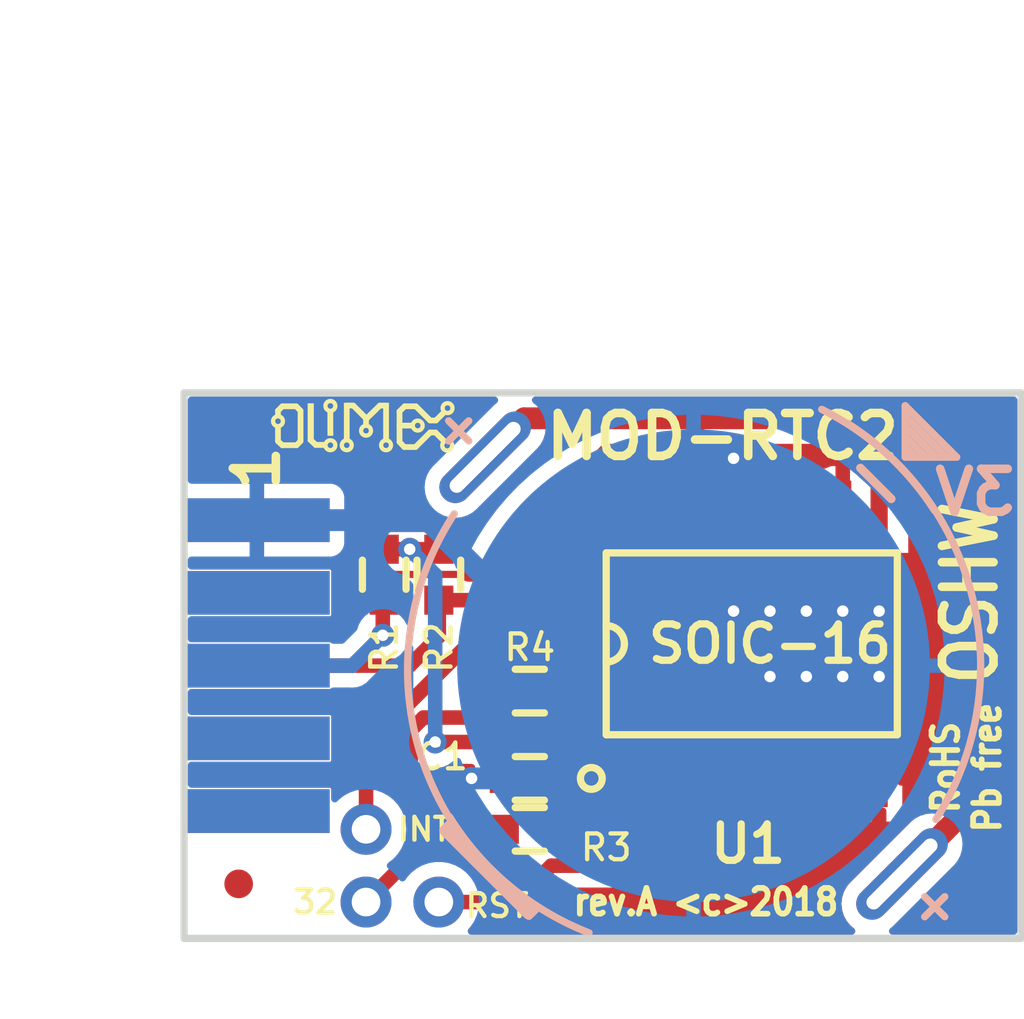
<source format=kicad_pcb>
(kicad_pcb (version 20221018) (generator pcbnew)
  (layers (0 "F.Cu" signal) (31 "B.Cu" signal) (34 "B.Paste" user) (35 "F.Paste" user) (36 "B.SilkS" user "B.Silkscreen") (37 "F.SilkS" user "F.Silkscreen") (38 "B.Mask" user) (39 "F.Mask" user) (44 "Edge.Cuts" user))
  (net 0 "")
  (net 1 "Net-(BAT_CON1-Pad1)")
  (net 2 "GND")
  (net 3 "+3.3VD")
  (net 4 "Net-(CON1-Pad3)")
  (net 5 "Net-(CON1-Pad4)")
  (net 6 "/SCL")
  (net 7 "/SDA")
  (net 8 "Net-(CON1-Pad7)")
  (net 9 "Net-(CON1-Pad8)")
  (net 10 "Net-(CON1-Pad9)")
  (net 11 "Net-(CON1-Pad10)")
  (net 12 "/INT")
  (net 13 "/RST")
  (net 14 "/32")
  (footprint "OLIMEX_LOGOs-FP:OLIMEX_LOGO_SMALL_TB" (layer "F.Cu") (at 44.323 26.543)
    (fp_text reference "")
    (fp_text value "")
    (fp_line (start -2.9464 -0.5207) (end -2.794 -0.6731) (stroke (width 0.2)) (layer "F.SilkS"))
    (fp_line (start -2.9464 -0.3556) (end -2.9464 -0.5207) (stroke (width 0.2)) (layer "F.SilkS"))
    (fp_line (start -2.9464 0.0762) (end -2.9464 0.5207) (stroke (width 0.2)) (layer "F.SilkS"))
    (fp_line (start -2.794 -0.6731) (end -2.3114 -0.6731) (stroke (width 0.2)) (layer "F.SilkS"))
    (fp_line (start -2.794 0.6858) (end -2.9464 0.5461) (stroke (width 0.2)) (layer "F.SilkS"))
    (fp_line (start -2.3114 -0.6713) (end -2.159 -0.5207) (stroke (width 0.2)) (layer "F.SilkS"))
    (fp_line (start -2.2987 0.6858) (end -2.794 0.6858) (stroke (width 0.2)) (layer "F.SilkS"))
    (fp_line (start -2.2987 0.6858) (end -2.159 0.5461) (stroke (width 0.2)) (layer "F.SilkS"))
    (fp_line (start -2.159 -0.4826) (end -2.159 0.5207) (stroke (width 0.2)) (layer "F.SilkS"))
    (fp_line (start -1.905 -0.7747) (end -1.905 0.5207) (stroke (width 0.01)) (layer "F.SilkS"))
    (fp_line (start -1.905 0.5207) (end -1.905 0.5334) (stroke (width 0.01)) (layer "F.SilkS"))
    (fp_line (start -1.905 0.5334) (end -1.905 0.5461) (stroke (width 0.01)) (layer "F.SilkS"))
    (fp_line (start -1.905 0.5461) (end -1.6637 0.7747) (stroke (width 0.01)) (layer "F.SilkS"))
    (fp_line (start -1.89738 -0.77216) (end -1.89738 -0.6985) (stroke (width 0.0127)) (layer "F.SilkS"))
    (fp_line (start -1.8923 0.5588) (end -1.905 0.5334) (stroke (width 0.01)) (layer "F.SilkS"))
    (fp_line (start -1.87706 -0.74422) (end -1.8288 -0.74422) (stroke (width 0.0625)) (layer "F.SilkS"))
    (fp_line (start -1.8034 -0.7747) (end -1.905 -0.7747) (stroke (width 0.01)) (layer "F.SilkS"))
    (fp_line (start -1.8034 -0.7747) (end -1.7018 -0.7747) (stroke (width 0.01)) (layer "F.SilkS"))
    (fp_line (start -1.8034 -0.6731) (end -1.8034 0.508) (stroke (width 0.2)) (layer "F.SilkS"))
    (fp_line (start -1.8034 0.508) (end -1.6256 0.6731) (stroke (width 0.2)) (layer "F.SilkS"))
    (fp_line (start -1.78054 -0.74168) (end -1.73228 -0.74168) (stroke (width 0.0625)) (layer "F.SilkS"))
    (fp_line (start -1.71196 -0.77216) (end -1.71196 -0.69342) (stroke (width 0.0127)) (layer "F.SilkS"))
    (fp_line (start -1.7018 -0.7747) (end -1.7018 0.4826) (stroke (width 0.01)) (layer "F.SilkS"))
    (fp_line (start -1.6637 0.7747) (end -1.3462 0.7747) (stroke (width 0.01)) (layer "F.SilkS"))
    (fp_line (start -1.651 0.7747) (end -1.6637 0.762) (stroke (width 0.01)) (layer "F.SilkS"))
    (fp_line (start -1.6256 0.6731) (end -1.3462 0.6731) (stroke (width 0.2)) (layer "F.SilkS"))
    (fp_line (start -1.21412 0.35306) (end -1.21412 -0.4699) (stroke (width 0.0127)) (layer "F.SilkS"))
    (fp_line (start -1.21158 0.30226) (end -1.02616 0.30226) (stroke (width 0.0127)) (layer "F.SilkS"))
    (fp_line (start -1.21158 0.31496) (end -1.0287 0.31496) (stroke (width 0.0127)) (layer "F.SilkS"))
    (fp_line (start -1.21158 0.32766) (end -1.0287 0.32766) (stroke (width 0.0127)) (layer "F.SilkS"))
    (fp_line (start -1.20904 0.34036) (end -1.02616 0.34036) (stroke (width 0.0127)) (layer "F.SilkS"))
    (fp_line (start -1.1176 -0.4572) (end -1.1176 0.254) (stroke (width 0.2)) (layer "F.SilkS"))
    (fp_line (start -1.02362 0.25654) (end -1.02362 0.35306) (stroke (width 0.0127)) (layer "F.SilkS"))
    (fp_line (start -1.02362 0.35306) (end -1.21412 0.35306) (stroke (width 0.0127)) (layer "F.SilkS"))
    (fp_line (start -0.64008 -0.79248) (end -0.31242 -0.79248) (stroke (width 0.0127)) (layer "F.SilkS"))
    (fp_line (start -0.64008 -0.69596) (end -0.64008 -0.79248) (stroke (width 0.0127)) (layer "F.SilkS"))
    (fp_line (start -0.62992 -0.7874) (end -0.62992 -0.74676) (stroke (width 0.0127)) (layer "F.SilkS"))
    (fp_line (start -0.62738 -0.76708) (end -0.61214 -0.76708) (stroke (width 0.0127)) (layer "F.SilkS"))
    (fp_line (start -0.58674 -0.77978) (end -0.63246 -0.77978) (stroke (width 0.0127)) (layer "F.SilkS"))
    (fp_line (start -0.5461 -0.6985) (end -0.3175 -0.6985) (stroke (width 0.2)) (layer "F.SilkS"))
    (fp_line (start -0.5461 0.4699) (end -0.5461 -0.6985) (stroke (width 0.2)) (layer "F.SilkS"))
    (fp_line (start -0.3175 -0.6985) (end 0.127 -0.254) (stroke (width 0.2)) (layer "F.SilkS"))
    (fp_line (start 0.127 -0.254) (end 0.127 -0.0508) (stroke (width 0.2)) (layer "F.SilkS"))
    (fp_line (start 0.127 -0.2286) (end 0.6096 -0.6985) (stroke (width 0.2)) (layer "F.SilkS"))
    (fp_line (start 0.6096 -0.6985) (end 0.8255 -0.6985) (stroke (width 0.2)) (layer "F.SilkS"))
    (fp_line (start 0.8255 -0.6985) (end 0.8255 0.4318) (stroke (width 0.2)) (layer "F.SilkS"))
    (fp_line (start 0.83312 -0.79248) (end 0.91948 -0.79248) (stroke (width 0.0127)) (layer "F.SilkS"))
    (fp_line (start 0.87376 -0.78232) (end 0.91186 -0.78232) (stroke (width 0.0127)) (layer "F.SilkS"))
    (fp_line (start 0.88646 -0.77216) (end 0.90678 -0.77216) (stroke (width 0.0127)) (layer "F.SilkS"))
    (fp_line (start 0.9017 -0.7747) (end 0.9017 -0.75946) (stroke (width 0.0127)) (layer "F.SilkS"))
    (fp_line (start 0.90932 -0.77724) (end 0.90932 -0.74676) (stroke (width 0.0127)) (layer "F.SilkS"))
    (fp_line (start 0.91948 -0.79248) (end 0.91948 -0.69596) (stroke (width 0.0127)) (layer "F.SilkS"))
    (fp_line (start 1.2954 -0.4953) (end 1.4732 -0.6731) (stroke (width 0.2)) (layer "F.SilkS"))
    (fp_line (start 1.2954 0.0127) (end 1.2954 -0.4953) (stroke (width 0.2)) (layer "F.SilkS"))
    (fp_line (start 1.2954 0.5715) (end 1.2954 0) (stroke (width 0.2)) (layer "F.SilkS"))
    (fp_line (start 1.4605 0.7493) (end 1.2954 0.5715) (stroke (width 0.2)) (layer "F.SilkS"))
    (fp_line (start 1.4732 -0.6731) (end 1.8669 -0.6731) (stroke (width 0.2)) (layer "F.SilkS"))
    (fp_line (start 1.7272 0) (end 1.2954 0) (stroke (width 0.2)) (layer "F.SilkS"))
    (fp_line (start 1.8542 0.7493) (end 1.4605 0.7493) (stroke (width 0.2)) (layer "F.SilkS"))
    (fp_line (start 1.8669 -0.6731) (end 2.3622 -0.1778) (stroke (width 0.2)) (layer "F.SilkS"))
    (fp_line (start 2.3622 -0.1778) (end 2.5654 -0.1778) (stroke (width 0.2)) (layer "F.SilkS"))
    (fp_line (start 2.3622 0.2413) (end 1.8542 0.7493) (stroke (width 0.2)) (layer "F.SilkS"))
    (fp_line (start 2.5527 0.2413) (end 2.3622 0.2413) (stroke (width 0.2)) (layer "F.SilkS"))
    (fp_line (start 2.5654 -0.1778) (end 2.8194 -0.4318) (stroke (width 0.2)) (layer "F.SilkS"))
    (fp_line (start 2.8448 0.5334) (end 2.5527 0.2413) (stroke (width 0.2)) (layer "F.SilkS"))
    (fp_circle (center -2.9464 -0.1524) (end -2.8448 -0.2921) (stroke (width 0.15)) (fill none) (layer "F.SilkS"))
    (fp_circle (center -1.1176 -0.6858) (end -1.016 -0.8255) (stroke (width 0.15)) (fill none) (layer "F.SilkS"))
    (fp_circle (center -1.1176 0.6858) (end -1.016 0.5461) (stroke (width 0.15)) (fill none) (layer "F.SilkS"))
    (fp_circle (center -0.5461 0.6858) (end -0.4445 0.5461) (stroke (width 0.15)) (fill none) (layer "F.SilkS"))
    (fp_circle (center 0.127 0.1778) (end 0.2286 0.0381) (stroke (width 0.15)) (fill none) (layer "F.SilkS"))
    (fp_circle (center 0.8255 0.6858) (end 0.9271 0.5461) (stroke (width 0.15)) (fill none) (layer "F.SilkS"))
    (fp_circle (center 1.9304 0) (end 2.032 -0.1397) (stroke (width 0.15)) (fill none) (layer "F.SilkS"))
    (fp_circle (center 2.9591 0.6985) (end 3.0607 0.5588) (stroke (width 0.15)) (fill none) (layer "F.SilkS"))
    (fp_circle (center 2.9718 -0.6096) (end 3.0734 -0.7493) (stroke (width 0.15)) (fill none) (layer "F.SilkS"))
  )
  (footprint "OLIMEX_RLC-FP:C_0603_5MIL_DWS" (layer "F.Cu") (at 50.165 38.862)
    (fp_text reference "C1" (at -3.048 -0.762) (layer "F.SilkS") (effects (font (size 0.9 0.9))))
    (fp_text value "100nF")
    (fp_line (start -0.508 -0.762) (end 0.508 -0.762) (stroke (width 0.254)) (layer "F.SilkS"))
    (fp_line (start -0.508 0.762) (end 0.508 0.762) (stroke (width 0.254)) (layer "F.SilkS"))
    (pad "1" smd rect (at -0.889 0) (size 1.016 1.016) (layers "F.Cu" "F.Paste" "F.Mask") (net 2 "GND") (clearance 0.0508))
    (pad "2" smd rect (at 0.889 0) (size 1.016 1.016) (layers "F.Cu" "F.Paste" "F.Mask") (net 3 "+3.3VD") (clearance 0.0508))
  )
  (footprint "OLIMEX_Connectors-FP:UEXTF" (layer "F.Cu") (at 35.56 34.925)
    (fp_text reference "CON1" hide)
    (fp_text value "BH10S")
    (pad "1" smd rect (at 5.08 -5.08) (size 5.08 1.524) (layers "F.Cu" "F.Mask") (net 3 "+3.3VD") (clearance 0.0508))
    (pad "2" smd rect (at 5.08 -5.08) (size 5.08 1.524) (layers "B.Cu" "B.Mask") (net 2 "GND") (clearance 0.0508))
    (pad "3" smd rect (at 5.08 -2.54) (size 5.08 1.524) (layers "F.Cu" "F.Mask") (net 4 "Net-(CON1-Pad3)") (clearance 0.0508))
    (pad "4" smd rect (at 5.08 -2.54) (size 5.08 1.524) (layers "B.Cu" "B.Mask") (net 5 "Net-(CON1-Pad4)") (clearance 0.0508))
    (pad "5" smd rect (at 5.08 0) (size 5.08 1.524) (layers "F.Cu" "F.Mask") (net 6 "/SCL") (clearance 0.0508))
    (pad "6" smd rect (at 5.08 0) (size 5.08 1.524) (layers "B.Cu" "B.Mask") (net 7 "/SDA") (clearance 0.0508))
    (pad "7" smd rect (at 5.08 2.54) (size 5.08 1.524) (layers "F.Cu" "F.Mask") (net 8 "Net-(CON1-Pad7)") (clearance 0.0508))
    (pad "8" smd rect (at 5.08 2.54) (size 5.08 1.524) (layers "B.Cu" "B.Mask") (net 9 "Net-(CON1-Pad8)") (clearance 0.0508))
    (pad "9" smd rect (at 5.08 5.08) (size 5.08 1.524) (layers "F.Cu" "F.Mask") (net 10 "Net-(CON1-Pad9)") (clearance 0.0508))
    (pad "10" smd rect (at 5.08 5.08) (size 5.08 1.524) (layers "B.Cu" "B.Mask") (net 11 "Net-(CON1-Pad10)") (clearance 0.0508))
  )
  (footprint "OLIMEX_RLC-FP:R_0603_5MIL_DWS" (layer "F.Cu") (at 46.99 31.75 90)
    (fp_text reference "R1" (at -2.54 -1.905 90) (layer "F.SilkS") (effects (font (size 0.9 0.9))))
    (fp_text value "10K")
    (fp_line (start -0.508 -0.762) (end 0.508 -0.762) (stroke (width 0.254)) (layer "F.SilkS"))
    (fp_line (start -0.508 0.762) (end 0.508 0.762) (stroke (width 0.254)) (layer "F.SilkS"))
    (pad "1" smd rect (at -0.889 0 90) (size 1.016 1.016) (layers "F.Cu" "F.Paste" "F.Mask") (net 6 "/SCL"))
    (pad "2" smd rect (at 0.889 0 90) (size 1.016 1.016) (layers "F.Cu" "F.Paste" "F.Mask") (net 3 "+3.3VD"))
  )
  (footprint "OLIMEX_RLC-FP:R_0603_5MIL_DWS" (layer "F.Cu") (at 45.085 31.75 -90)
    (fp_text reference "R2" (at 2.54 -1.905 90) (layer "F.SilkS") (effects (font (size 0.9 0.9))))
    (fp_text value "10K")
    (fp_line (start -0.508 -0.762) (end 0.508 -0.762) (stroke (width 0.254)) (layer "F.SilkS"))
    (fp_line (start -0.508 0.762) (end 0.508 0.762) (stroke (width 0.254)) (layer "F.SilkS"))
    (pad "1" smd rect (at -0.889 0 270) (size 1.016 1.016) (layers "F.Cu" "F.Paste" "F.Mask") (net 3 "+3.3VD"))
    (pad "2" smd rect (at 0.889 0 270) (size 1.016 1.016) (layers "F.Cu" "F.Paste" "F.Mask") (net 7 "/SDA"))
  )
  (footprint "OLIMEX_RLC-FP:R_0603_5MIL_DWS" (layer "F.Cu") (at 50.165 40.64)
    (fp_text reference "R3" (at 2.667 0.635) (layer "F.SilkS") (effects (font (size 0.9 0.9))))
    (fp_text value "10K")
    (fp_line (start -0.508 -0.762) (end 0.508 -0.762) (stroke (width 0.254)) (layer "F.SilkS"))
    (fp_line (start -0.508 0.762) (end 0.508 0.762) (stroke (width 0.254)) (layer "F.SilkS"))
    (pad "1" smd rect (at -0.889 0) (size 1.016 1.016) (layers "F.Cu" "F.Paste" "F.Mask") (net 14 "/32"))
    (pad "2" smd rect (at 0.889 0) (size 1.016 1.016) (layers "F.Cu" "F.Paste" "F.Mask") (net 3 "+3.3VD"))
  )
  (footprint "OLIMEX_RLC-FP:R_0603_5MIL_DWS" (layer "F.Cu") (at 50.165 35.814 180)
    (fp_text reference "R4" (at 0 1.524) (layer "F.SilkS") (effects (font (size 0.9 0.9))))
    (fp_text value "10K")
    (fp_line (start -0.508 -0.762) (end 0.508 -0.762) (stroke (width 0.254)) (layer "F.SilkS"))
    (fp_line (start -0.508 0.762) (end 0.508 0.762) (stroke (width 0.254)) (layer "F.SilkS"))
    (pad "1" smd rect (at -0.889 0 180) (size 1.016 1.016) (layers "F.Cu" "F.Paste" "F.Mask") (net 3 "+3.3VD"))
    (pad "2" smd rect (at 0.889 0 180) (size 1.016 1.016) (layers "F.Cu" "F.Paste" "F.Mask") (net 12 "/INT"))
  )
  (footprint "OLIMEX_IC-FP:SOIC-16_300mil" (layer "F.Cu") (at 57.912 34.163)
    (fp_text reference "U1" (at -0.127 6.985) (layer "F.SilkS") (effects (font (size 1.27 1.27) (thickness 0.254))))
    (fp_text value "DS3231")
    (fp_text user "SOIC-16" (at 0.635 0) (layer "F.SilkS") (effects (font (size 1.27 1.27) (thickness 0.254))))
    (fp_line (start -5.08 -3.175) (end 5.08 -3.175) (stroke (width 0.254)) (layer "F.SilkS"))
    (fp_line (start -5.08 3.175) (end -5.08 -3.175) (stroke (width 0.254)) (layer "F.SilkS"))
    (fp_line (start 5.08 -3.175) (end 5.08 3.175) (stroke (width 0.254)) (layer "F.SilkS"))
    (fp_line (start 5.08 3.175) (end -5.08 3.175) (stroke (width 0.254)) (layer "F.SilkS"))
    (fp_arc (start -5.08 -0.635) (mid -4.630987 -0.449013) (end -4.445 0) (stroke (width 0.254)) (layer "F.SilkS"))
    (fp_arc (start -4.445 0) (mid -4.630987 0.449013) (end -5.08 0.635) (stroke (width 0.254)) (layer "F.SilkS"))
    (fp_circle (center -5.6 4.7) (end -5.6 5.08) (stroke (width 0.254)) (fill none) (layer "F.SilkS"))
    (pad "1" smd rect (at -4.445 4.7 90) (size 2 0.6) (layers "F.Cu" "F.Paste" "F.Mask") (net 14 "/32"))
    (pad "2" smd rect (at -3.175 4.7 90) (size 2 0.6) (layers "F.Cu" "F.Paste" "F.Mask") (net 3 "+3.3VD"))
    (pad "3" smd rect (at -1.905 4.7 90) (size 2 0.6) (layers "F.Cu" "F.Paste" "F.Mask") (net 12 "/INT"))
    (pad "4" smd rect (at -0.635 4.7 90) (size 2 0.6) (layers "F.Cu" "F.Paste" "F.Mask") (net 13 "/RST"))
    (pad "5" smd rect (at 0.635 4.7 90) (size 2 0.6) (layers "F.Cu" "F.Paste" "F.Mask") (net 2 "GND"))
    (pad "6" smd rect (at 1.905 4.7 90) (size 2 0.6) (layers "F.Cu" "F.Paste" "F.Mask") (net 2 "GND"))
    (pad "7" smd rect (at 3.175 4.7 90) (size 2 0.6) (layers "F.Cu" "F.Paste" "F.Mask") (net 2 "GND"))
    (pad "8" smd rect (at 4.445 4.7 90) (size 2 0.6) (layers "F.Cu" "F.Paste" "F.Mask") (net 2 "GND"))
    (pad "9" smd rect (at 4.445 -4.7 90) (size 2 0.6) (layers "F.Cu" "F.Paste" "F.Mask") (net 2 "GND"))
    (pad "10" smd rect (at 3.175 -4.7 90) (size 2 0.6) (layers "F.Cu" "F.Paste" "F.Mask") (net 2 "GND"))
    (pad "11" smd rect (at 1.905 -4.7 90) (size 2 0.6) (layers "F.Cu" "F.Paste" "F.Mask") (net 2 "GND"))
    (pad "12" smd rect (at 0.635 -4.7 90) (size 2 0.6) (layers "F.Cu" "F.Paste" "F.Mask") (net 2 "GND"))
    (pad "13" smd rect (at -0.635 -4.7 90) (size 2 0.6) (layers "F.Cu" "F.Paste" "F.Mask") (net 2 "GND"))
    (pad "14" smd rect (at -1.905 -4.7 90) (size 2 0.6) (layers "F.Cu" "F.Paste" "F.Mask") (net 1 "Net-(BAT_CON1-Pad1)"))
    (pad "15" smd rect (at -3.175 -4.7 90) (size 2 0.6) (layers "F.Cu" "F.Paste" "F.Mask") (net 7 "/SDA"))
    (pad "16" smd rect (at -4.445 -4.7 90) (size 2 0.6) (layers "F.Cu" "F.Paste" "F.Mask") (net 6 "/SCL"))
  )
  (footprint "OLIMEX_Connectors-FP:HN2x2" (layer "F.Cu") (at 45.72 41.91 180)
    (fp_text reference "CON2" hide)
    (fp_text value "CON4")
    (pad "2" thru_hole oval (at -1.27 -1.27 180) (size 1.778 1.778) (drill 1) (layers "*.Cu" "*.Mask") (net 13 "/RST"))
    (pad "3" thru_hole circle (at 1.27 1.27 180) (size 1.778 1.778) (drill 1) (layers "*.Cu" "*.Mask") (net 12 "/INT"))
    (pad "4" thru_hole circle (at 1.27 -1.27 180) (size 1.778 1.778) (drill 1) (layers "*.Cu" "*.Mask") (net 14 "/32"))
  )
  (footprint "OLIMEX_Other-FP:Fiducial1x3_transp" (layer "F.Cu") (at 65.405 27.305)
    (fp_text reference "Ref*" hide)
    (fp_text value "Val**" hide)
    (pad "Fid1" connect circle (at 0 0) (size 1 1) (layers "F.Cu" "F.Mask") (clearance 1.016))
  )
  (footprint "OLIMEX_Other-FP:Fiducial1x3_transp" (layer "F.Cu") (at 40.005 42.545)
    (fp_text reference "Ref*" hide)
    (fp_text value "Val**" hide)
    (pad "Fid1" connect circle (at 0 0) (size 1 1) (layers "F.Cu" "F.Mask") (clearance 1.016))
  )
  (footprint "OLIMEX_Connectors-FP:CR2032H_PTH" (layer "B.Cu") (at 55.88 34.925 45)
    (fp_text reference "BAT_CON1" hide)
    (fp_text value "CR2032")
    (fp_text user "-" (at 9.143999 0 135) (layer "B.SilkS") (effects (font (size 2 2) (thickness 0.3)) (justify mirror)))
    (fp_text user "+" (at 0 11.811 45) (layer "B.SilkS") (effects (font (size 1.3 1.3) (thickness 0.254)) (justify mirror)))
    (fp_text user "+" (at 0 -11.684001 45) (layer "B.SilkS") (effects (font (size 1.3 1.3) (thickness 0.254)) (justify mirror)))
    (fp_line (start -10.2616 -1.9304) (end -9.8806 -1.9304) (stroke (width 0.3)) (layer "B.SilkS"))
    (fp_line (start -10.2616 1.9304) (end -9.8806 1.9304) (stroke (width 0.3)) (layer "B.SilkS"))
    (fp_line (start -10.2362 -2.1082) (end -9.8552 -2.1082) (stroke (width 0.3)) (layer "B.SilkS"))
    (fp_line (start -10.2362 2.1082) (end -9.8552 2.1082) (stroke (width 0.3)) (layer "B.SilkS"))
    (fp_line (start -10.2 2.05) (end -10.2 -2.05) (stroke (width 0.4)) (layer "B.SilkS"))
    (fp_line (start 10.37 0.076) (end 11.64 1.346) (stroke (width 0.254)) (layer "B.SilkS"))
    (fp_line (start 10.624 0.33) (end 10.623999 -0.178) (stroke (width 0.254)) (layer "B.SilkS"))
    (fp_line (start 10.877998 0.584) (end 10.878 -0.432001) (stroke (width 0.254)) (layer "B.SilkS"))
    (fp_line (start 11.132 0.838001) (end 11.132 -0.686) (stroke (width 0.254)) (layer "B.SilkS"))
    (fp_line (start 11.386 1.092) (end 11.386 -0.94) (stroke (width 0.254)) (layer "B.SilkS"))
    (fp_line (start 11.639999 -1.194) (end 10.37 0.076) (stroke (width 0.254)) (layer "B.SilkS"))
    (fp_line (start 11.64 1.346) (end 11.639999 -1.194) (stroke (width 0.254)) (layer "B.SilkS"))
    (fp_arc (start -9.8552 2.0574) (mid -8.432196 -5.391235) (end -2.159 -9.652) (stroke (width 0.254)) (layer "B.SilkS"))
    (fp_arc (start -9.176842 4.017969) (mid -9.976242 0.912739) (end -9.7536 -2.286) (stroke (width 0.254)) (layer "B.SilkS"))
    (fp_arc (start 9.490312 -3.163437) (mid 9.988701 -0.547007) (end 9.779 2.1082) (stroke (width 0.254)) (layer "B.SilkS"))
    (fp_arc (start 9.779 -2.1844) (mid 8.459401 5.370193) (end 2.1844 9.779) (stroke (width 0.254)) (layer "B.SilkS"))
    (pad "1" thru_hole oval (at 0 -10.286999 45) (size 4.06 1.11) (drill oval 3.3 0.5) (layers "*.Cu" "*.Mask") (net 1 "Net-(BAT_CON1-Pad1)"))
    (pad "1" thru_hole oval (at 0 10.286999 45) (size 4.06 1.11) (drill oval 3.3 0.5) (layers "*.Cu" "*.Mask") (net 1 "Net-(BAT_CON1-Pad1)"))
    (pad "2" smd circle (at 0 0 45) (size 16.5 16.5) (layers "B.Cu" "B.Mask") (net 2 "GND"))
  )
  (gr_line (start 38.1 25.4) (end 38.1 44.45) (stroke (width 0.254)) (layer "Edge.Cuts"))
  (gr_line (start 67.31 44.45) (end 67.31 25.4) (stroke (width 0.254)) (layer "Edge.Cuts"))
  (gr_line (start 38.1 25.4) (end 67.31 25.4) (stroke (width 0.254)) (layer "Edge.Cuts"))
  (gr_line (start 38.1 44.45) (end 67.31 44.45) (stroke (width 0.254)) (layer "Edge.Cuts"))
  (gr_text "3V" (at 65.701223 28.87377) (layer "B.SilkS") (effects (font (size 1.5 1.5) (thickness 0.3)) (justify mirror)))
  (gr_text "32" (at 42.672 43.18) (layer "F.SilkS") (effects (font (size 0.8 0.8))))
  (gr_text "MOD-RTC2" (at 56.896 26.924) (layer "F.SilkS") (effects (font (size 1.5 1.5) (thickness 0.3))))
  (gr_text "INT" (at 46.482 40.64) (layer "F.SilkS") (effects (font (size 0.8 0.8))))
  (gr_text "OSHW" (at 65.532 32.385 90) (layer "F.SilkS") (effects (font (size 1.8 1.5) (thickness 0.3))))
  (gr_text "RoHS\nPb free" (at 65.405 38.481 90) (layer "F.SilkS") (effects (font (size 0.9 0.8) (thickness 0.2))))
  (gr_text " rev.A <c>2018" (at 56.007 43.18) (layer "F.SilkS") (effects (font (size 0.9 0.8) (thickness 0.2))))
  (gr_text "1" (at 40.623408 28.032233 90) (layer "F.SilkS") (effects (font (size 1.5 1.5) (thickness 0.3))))
  (gr_text "RST" (at 49.022 43.307) (layer "F.SilkS") (effects (font (size 0.8 0.8))))
  (segment (start 49.967986 26.289) (end 56.007 26.289) (width 0.762) (layer "F.Cu") (net 1))
  (segment (start 64.660144 40.69287) (end 63.154007 42.199007) (width 0.762) (layer "F.Cu") (net 1))
  (segment (start 61.581438 26.289) (end 66.421 31.128562) (width 0.762) (layer "F.Cu") (net 1))
  (segment (start 56.007 29.463) (end 56.007 27.701) (width 0.508) (layer "F.Cu") (net 1))
  (segment (start 66.421 31.128562) (end 66.421 38.932014) (width 0.762) (layer "F.Cu") (net 1))
  (segment (start 66.421 38.932014) (end 64.660144 40.69287) (width 0.762) (layer "F.Cu") (net 1))
  (segment (start 56.007 27.701) (end 56.007 26.289) (width 0.508) (layer "F.Cu") (net 1))
  (segment (start 56.007 26.289) (end 61.581438 26.289) (width 0.762) (layer "F.Cu") (net 1))
  (segment (start 48.605993 27.650993) (end 49.967986 26.289) (width 0.762) (layer "F.Cu") (net 1))
  (segment (start 61.087 27.955) (end 61.087 27.686) (width 0.508) (layer "F.Cu") (net 2))
  (segment (start 62.357 30.988) (end 62.357 29.38) (width 0.508) (layer "F.Cu") (net 2))
  (segment (start 59.817 30.988) (end 59.817 33.02) (width 0.508) (layer "F.Cu") (net 2))
  (segment (start 61.087 38.946) (end 61.087 39.580952) (width 0.508) (layer "F.Cu") (net 2))
  (segment (start 59.817 27.686) (end 61.087 27.686) (width 0.508) (layer "F.Cu") (net 2))
  (segment (start 57.277 33.02) (end 58.42 31.877) (width 0.508) (layer "F.Cu") (net 2))
  (segment (start 61.087 30.988) (end 61.087 33.02) (width 0.508) (layer "F.Cu") (net 2))
  (segment (start 59.817 29.463) (end 59.817 27.955) (width 0.508) (layer "F.Cu") (net 2))
  (segment (start 61.087 30.988) (end 61.087 29.38) (width 0.508) (layer "F.Cu") (net 2))
  (segment (start 57.981315 27.686) (end 57.842685 27.686) (width 0.508) (layer "F.Cu") (net 2))
  (segment (start 62.357159 29.379841) (end 62.357159 29.09714) (width 0.508) (layer "F.Cu") (net 2))
  (segment (start 61.087 37.338) (end 61.087 38.946) (width 0.508) (layer "F.Cu") (net 2))
  (segment (start 49.276 38.862) (end 48.133 38.862) (width 0.508) (layer "F.Cu") (net 2))
  (segment (start 58.547 35.306) (end 58.547 39.497) (width 0.508) (layer "F.Cu") (net 2))
  (segment (start 58.547 39.497) (end 58.674 39.624) (width 0.508) (layer "F.Cu") (net 2))
  (segment (start 61.087 29.38) (end 61.090233 29.376767) (width 0.508) (layer "F.Cu") (net 2))
  (segment (start 57.277 29.463) (end 57.277 33.02) (width 0.508) (layer "F.Cu") (net 2))
  (segment (start 62.357 35.306) (end 62.357 37.338) (width 0.508) (layer "F.Cu") (net 2))
  (segment (start 58.547 29.463) (end 58.547 27.686) (width 0.508) (layer "F.Cu") (net 2))
  (segment (start 59.817 27.955) (end 59.817 27.686) (width 0.508) (layer "F.Cu") (net 2))
  (segment (start 61.087 35.306) (end 61.087 37.338) (width 0.508) (layer "F.Cu") (net 2))
  (segment (start 62.357 29.38) (end 62.357159 29.379841) (width 0.508) (layer "F.Cu") (net 2))
  (segment (start 62.357 28.321) (end 62.357 29.463) (width 0.508) (layer "F.Cu") (net 2))
  (segment (start 61.087 29.463) (end 61.087 27.955) (width 0.508) (layer "F.Cu") (net 2))
  (segment (start 59.817 35.306) (end 59.817 37.338) (width 0.508) (layer "F.Cu") (net 2))
  (segment (start 59.817 29.167093) (end 59.817 30.988) (width 0.508) (layer "F.Cu") (net 2))
  (segment (start 57.277 29.463) (end 57.277 27.686) (width 0.508) (layer "F.Cu") (net 2))
  (segment (start 62.357 39.296053) (end 62.357 37.338) (width 0.508) (layer "F.Cu") (net 2))
  (segment (start 62.357 30.988) (end 62.357 33.02) (width 0.508) (layer "F.Cu") (net 2))
  (segment (start 61.722 27.686) (end 62.357 28.321) (width 0.508) (layer "F.Cu") (net 2))
  (segment (start 59.817 38.946) (end 59.817 39.580952) (width 0.508) (layer "F.Cu") (net 2))
  (segment (start 61.090233 29.376767) (end 61.090233 29.09714) (width 0.508) (layer "F.Cu") (net 2))
  (segment (start 57.842685 27.686) (end 57.277 27.686) (width 0.508) (layer "F.Cu") (net 2))
  (segment (start 61.087 27.686) (end 61.722 27.686) (width 0.508) (layer "F.Cu") (net 2))
  (segment (start 59.773952 39.624) (end 59.817 39.580952) (width 0.508) (layer "F.Cu") (net 2))
  (segment (start 58.547 29.463) (end 58.547 33.02) (width 0.508) (layer "F.Cu") (net 2))
  (segment (start 59.76934 29.119433) (end 59.817 29.167093) (width 0.508) (layer "F.Cu") (net 2))
  (segment (start 58.42 28.124685) (end 57.981315 27.686) (width 0.508) (layer "F.Cu") (net 2))
  (segment (start 58.547 27.686) (end 59.817 27.686) (width 0.508) (layer "F.Cu") (net 2))
  (segment (start 59.817 37.338) (end 59.817 38.946) (width 0.508) (layer "F.Cu") (net 2))
  (via (at 58.547 35.306) (size 0.8) (drill 0.4) (layers "F.Cu" "B.Cu") (net 2))
  (via (at 62.357 35.306) (size 0.8) (drill 0.4) (layers "F.Cu" "B.Cu") (net 2))
  (via (at 58.547 33.02) (size 0.8) (drill 0.4) (layers "F.Cu" "B.Cu") (net 2))
  (via (at 57.277 33.02) (size 0.8) (drill 0.4) (layers "F.Cu" "B.Cu") (net 2))
  (via (at 48.133 38.862) (size 0.8) (drill 0.4) (layers "F.Cu" "B.Cu") (net 2))
  (via (at 61.087 33.02) (size 0.8) (drill 0.4) (layers "F.Cu" "B.Cu") (net 2))
  (via (at 59.817 35.306) (size 0.8) (drill 0.4) (layers "F.Cu" "B.Cu") (net 2))
  (via (at 57.277 27.686) (size 0.8) (drill 0.4) (layers "F.Cu" "B.Cu") (net 2))
  (via (at 61.087 35.306) (size 0.8) (drill 0.4) (layers "F.Cu" "B.Cu") (net 2))
  (via (at 59.817 33.02) (size 0.8) (drill 0.4) (layers "F.Cu" "B.Cu") (net 2))
  (via (at 62.357 33.02) (size 0.8) (drill 0.4) (layers "F.Cu" "B.Cu") (net 2))
  (segment (start 40.64 29.845) (end 43.942 29.845) (width 0.762) (layer "B.Cu") (net 2))
  (segment (start 43.942 29.845) (end 43.976999 29.879999) (width 0.762) (layer "B.Cu") (net 2))
  (segment (start 48.133 38.862) (end 51.943 38.862) (width 0.762) (layer "B.Cu") (net 2))
  (segment (start 46.643999 29.879999) (end 51.689 34.925) (width 0.762) (layer "B.Cu") (net 2))
  (segment (start 43.976999 29.879999) (end 46.643999 29.879999) (width 0.762) (layer "B.Cu") (net 2))
  (segment (start 51.689 34.925) (end 55.88 34.925) (width 0.762) (layer "B.Cu") (net 2))
  (segment (start 51.943 38.862) (end 55.88 34.925) (width 0.762) (layer "B.Cu") (net 2))
  (segment (start 51.054 38.862) (end 51.054 37.846) (width 0.508) (layer "F.Cu") (net 3))
  (segment (start 51.054 38.862) (end 51.054 40.64) (width 0.508) (layer "F.Cu") (net 3))
  (segment (start 54.737 40.371) (end 54.737 38.863) (width 0.508) (layer "F.Cu") (net 3))
  (segment (start 51.054 37.846) (end 50.8 37.592) (width 0.508) (layer "F.Cu") (net 3))
  (segment (start 44.069 29.845) (end 45.085 30.861) (width 0.508) (layer "F.Cu") (net 3))
  (segment (start 45.974 30.861) (end 46.99 30.861) (width 0.508) (layer "F.Cu") (net 3))
  (segment (start 50.8 37.592) (end 47.428685 37.592) (width 0.508) (layer "F.Cu") (net 3))
  (segment (start 54.468 40.64) (end 54.737 40.371) (width 0.508) (layer "F.Cu") (net 3))
  (segment (start 51.054 35.814) (end 51.054 37.846) (width 0.508) (layer "F.Cu") (net 3))
  (segment (start 45.085 30.861) (end 45.974 30.861) (width 0.508) (layer "F.Cu") (net 3))
  (segment (start 40.64 29.845) (end 44.069 29.845) (width 0.508) (layer "F.Cu") (net 3))
  (segment (start 51.054 40.64) (end 54.468 40.64) (width 0.508) (layer "F.Cu") (net 3))
  (segment (start 47.428685 37.592) (end 46.863 37.592) (width 0.508) (layer "F.Cu") (net 3))
  (via (at 45.974 30.861) (size 0.8) (drill 0.4) (layers "F.Cu" "B.Cu") (net 3))
  (via (at 46.863 37.592) (size 0.8) (drill 0.4) (layers "F.Cu" "B.Cu") (net 3))
  (segment (start 45.974 30.861) (end 46.863 31.75) (width 0.508) (layer "B.Cu") (net 3))
  (segment (start 46.863 31.75) (end 46.863 37.026315) (width 0.508) (layer "B.Cu") (net 3))
  (segment (start 46.863 37.026315) (end 46.863 37.592) (width 0.508) (layer "B.Cu") (net 3))
  (segment (start 46.99 33.904501) (end 46.99 32.639) (width 0.508) (layer "F.Cu") (net 6))
  (segment (start 53.493028 31.764028) (end 53.493028 32.267074) (width 0.508) (layer "F.Cu") (net 6))
  (segment (start 40.64 34.925) (end 45.969501 34.925) (width 0.508) (layer "F.Cu") (net 6))
  (segment (start 53.467 31.738) (end 53.493028 31.764028) (width 0.508) (layer "F.Cu") (net 6))
  (segment (start 45.969501 34.925) (end 46.99 33.904501) (width 0.508) (layer "F.Cu") (net 6))
  (segment (start 53.493028 32.267074) (end 53.121102 32.639) (width 0.508) (layer "F.Cu") (net 6))
  (segment (start 53.467 30.988) (end 53.467 29.463) (width 0.508) (layer "F.Cu") (net 6))
  (segment (start 53.467 30.988) (end 53.467 31.738) (width 0.508) (layer "F.Cu") (net 6))
  (segment (start 53.121102 32.639) (end 46.99 32.639) (width 0.508) (layer "F.Cu") (net 6))
  (segment (start 45.034008 32.689992) (end 45.085 32.639) (width 0.508) (layer "F.Cu") (net 7))
  (segment (start 52.832 27.432) (end 54.483 27.432) (width 0.508) (layer "F.Cu") (net 7))
  (segment (start 48.020784 31.739316) (end 45.226684 31.739316) (width 0.25) (layer "F.Cu") (net 7))
  (segment (start 54.483 27.432) (end 54.737 27.686) (width 0.508) (layer "F.Cu") (net 7))
  (segment (start 45.085 31.881) (end 45.085 32.639) (width 0.25) (layer "F.Cu") (net 7))
  (segment (start 45.226684 31.739316) (end 45.085 31.881) (width 0.25) (layer "F.Cu") (net 7))
  (segment (start 52.280188 29.015631) (end 52.280188 27.983812) (width 0.508) (layer "F.Cu") (net 7))
  (segment (start 49.556503 31.739316) (end 48.020784 31.739316) (width 0.508) (layer "F.Cu") (net 7))
  (segment (start 45.034008 33.864523) (end 45.034008 32.689992) (width 0.508) (layer "F.Cu") (net 7))
  (segment (start 52.280188 29.015631) (end 49.556503 31.739316) (width 0.508) (layer "F.Cu") (net 7))
  (segment (start 54.737 27.686) (end 54.737 29.463) (width 0.508) (layer "F.Cu") (net 7))
  (segment (start 52.280188 27.983812) (end 52.832 27.432) (width 0.508) (layer "F.Cu") (net 7))
  (via (at 45.034008 33.864523) (size 0.8) (drill 0.4) (layers "F.Cu" "B.Cu") (net 7))
  (segment (start 40.64 34.925) (end 43.973531 34.925) (width 0.508) (layer "B.Cu") (net 7))
  (segment (start 43.973531 34.925) (end 45.034008 33.864523) (width 0.508) (layer "B.Cu") (net 7))
  (segment (start 56.007 37.338) (end 56.007 36.340798) (width 0.508) (layer "F.Cu") (net 12))
  (segment (start 48.280801 33.909) (end 49.276 33.909) (width 0.508) (layer "F.Cu") (net 12))
  (segment (start 53.575202 33.909) (end 48.280801 33.909) (width 0.508) (layer "F.Cu") (net 12))
  (segment (start 49.276 33.909) (end 49.276 35.814) (width 0.508) (layer "F.Cu") (net 12))
  (segment (start 44.45 37.739801) (end 44.45 39.251141) (width 0.508) (layer "F.Cu") (net 12))
  (segment (start 44.45 39.251141) (end 44.45 40.64) (width 0.508) (layer "F.Cu") (net 12))
  (segment (start 56.007 37.338) (end 56.007 38.863) (width 0.508) (layer "F.Cu") (net 12))
  (segment (start 56.007 36.340798) (end 53.575202 33.909) (width 0.508) (layer "F.Cu") (net 12))
  (segment (start 48.280801 33.909) (end 44.45 37.739801) (width 0.508) (layer "F.Cu") (net 12))
  (segment (start 55.88 41.91) (end 57.277 40.513) (width 0.508) (layer "F.Cu") (net 13))
  (segment (start 46.99 43.18) (end 49.642696 43.18) (width 0.508) (layer "F.Cu") (net 13))
  (segment (start 57.277 40.513) (end 57.277 38.863) (width 0.508) (layer "F.Cu") (net 13))
  (segment (start 49.642696 43.18) (end 50.912696 41.91) (width 0.508) (layer "F.Cu") (net 13))
  (segment (start 50.912696 41.91) (end 55.88 41.91) (width 0.508) (layer "F.Cu") (net 13))
  (segment (start 53.467 35.73) (end 53.467 37.338) (width 0.508) (layer "F.Cu") (net 14))
  (segment (start 48.512788 36.88399) (end 50.156501 36.88399) (width 0.508) (layer "F.Cu") (net 14))
  (segment (start 50.154099 36.881588) (end 50.156501 36.88399) (width 0.25) (layer "F.Cu") (net 14))
  (segment (start 48.366797 36.737999) (end 48.512788 36.88399) (width 0.508) (layer "F.Cu") (net 14))
  (segment (start 46.008999 37.182079) (end 46.453079 36.737999) (width 0.508) (layer "F.Cu") (net 14))
  (segment (start 52.588999 34.851999) (end 53.467 35.73) (width 0.508) (layer "F.Cu") (net 14))
  (segment (start 46.008999 39.658999) (end 46.99 40.64) (width 0.508) (layer "F.Cu") (net 14))
  (segment (start 50.154099 34.851999) (end 50.154099 36.881588) (width 0.25) (layer "F.Cu") (net 14))
  (segment (start 46.008999 37.182079) (end 46.008999 39.658999) (width 0.508) (layer "F.Cu") (net 14))
  (segment (start 50.154099 34.851999) (end 52.588999 34.851999) (width 0.508) (layer "F.Cu") (net 14))
  (segment (start 49.276 40.64) (end 46.99 40.64) (width 0.508) (layer "F.Cu") (net 14))
  (segment (start 46.99 40.64) (end 44.45 43.18) (width 0.508) (layer "F.Cu") (net 14))
  (segment (start 46.453079 36.737999) (end 48.366797 36.737999) (width 0.508) (layer "F.Cu") (net 14))
  (segment (start 53.467 37.338) (end 53.467 38.863) (width 0.508) (layer "F.Cu") (net 14))
  (zone (net 2) (net_name "GND") (layer "F.Cu") (connect_pads (clearance 0.508)) (min_thickness 0.254) (fill yes (thermal_gap 0.508) (thermal_bridge_width 0.508))
    (polygon (pts (xy 38.1 25.273) (xy 67.31 25.273) (xy 67.31 44.323) (xy 38.227 44.323)))
  )
  (zone (net 0) (net_name "") (layer "F.Cu") (connect_pads (clearance 0)) (min_thickness 0.254)
    (keepout (tracks allowed) (vias allowed) (pads allowed) (copperpour not_allowed) (footprints allowed))
    (fill (thermal_gap 0.508) (thermal_bridge_width 0.508))
    (polygon (pts (xy 56.134 28.067) (xy 63.373 28.067) (xy 63.373 30.988) (xy 56.134 30.988)))
  )
  (zone (net 0) (net_name "") (layer "F.Cu") (connect_pads (clearance 0)) (min_thickness 0.254)
    (keepout (tracks allowed) (vias allowed) (pads allowed) (copperpour not_allowed) (footprints allowed))
    (fill (thermal_gap 0.508) (thermal_bridge_width 0.508))
    (polygon (pts (xy 57.912 37.592) (xy 62.992 37.592) (xy 62.992 39.878) (xy 57.912 39.878)))
  )
  (zone (net 2) (net_name "GND") (layer "B.Cu") (connect_pads (clearance 0.508)) (min_thickness 0.254) (fill yes (thermal_gap 0.508) (thermal_bridge_width 0.508))
    (polygon (pts (xy 38.1 25.4) (xy 67.31 25.4) (xy 67.31 44.45) (xy 38.227 44.45)))
  )
)
</source>
